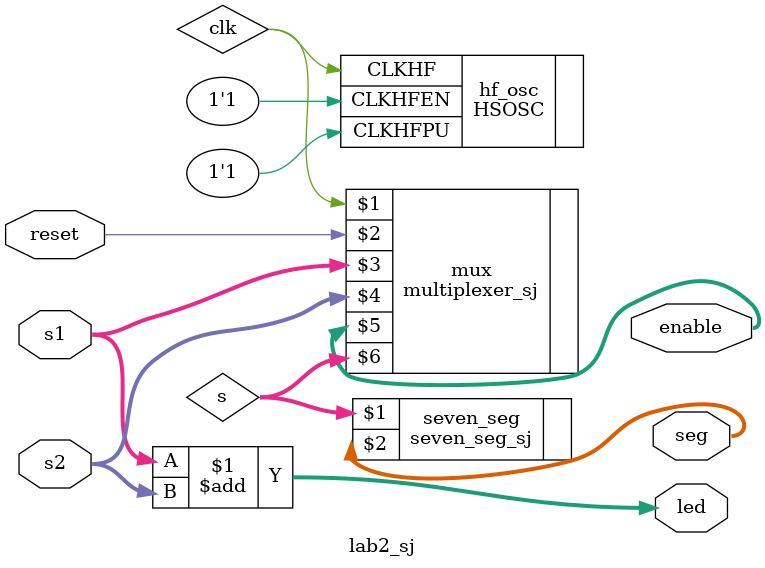
<source format=sv>
/*
Shreya Jampana
Email: sjampana@hmc.edu
9/6/25
This is the top-level module for lab 2 to control a time multiplexed dual 7-segment display and LEDs. It contains a high speed 
oscillator and controls five LEDs to display combinational summing logic. It also points to two submodules, one that controls a 
dual seven segment display, and another that implements a time multiplexing scheme to drive two seven-segment displays.
*/

module lab2_sj(input logic reset,
	input logic [3:0] s1, s2,
	output logic [1:0] enable,
	output logic [6:0] seg,
	output logic [4:0] led);
	
	logic clk;
	logic [3:0] s;
	
	// Internal high-speed oscillator
	HSOSC hf_osc (.CLKHFPU(1'b1), .CLKHFEN(1'b1), .CLKHF(clk));
		
	// LED sum combinational logic
	assign led[4:0] = s1[3:0] + s2[3:0];
	
	// Calling the seven segment module	
	seven_seg_sj seven_seg(s, seg);
	
	// Calling the multiplexer module
	multiplexer_sj mux(clk, reset, s1, s2, enable, s); 
		
endmodule
</source>
